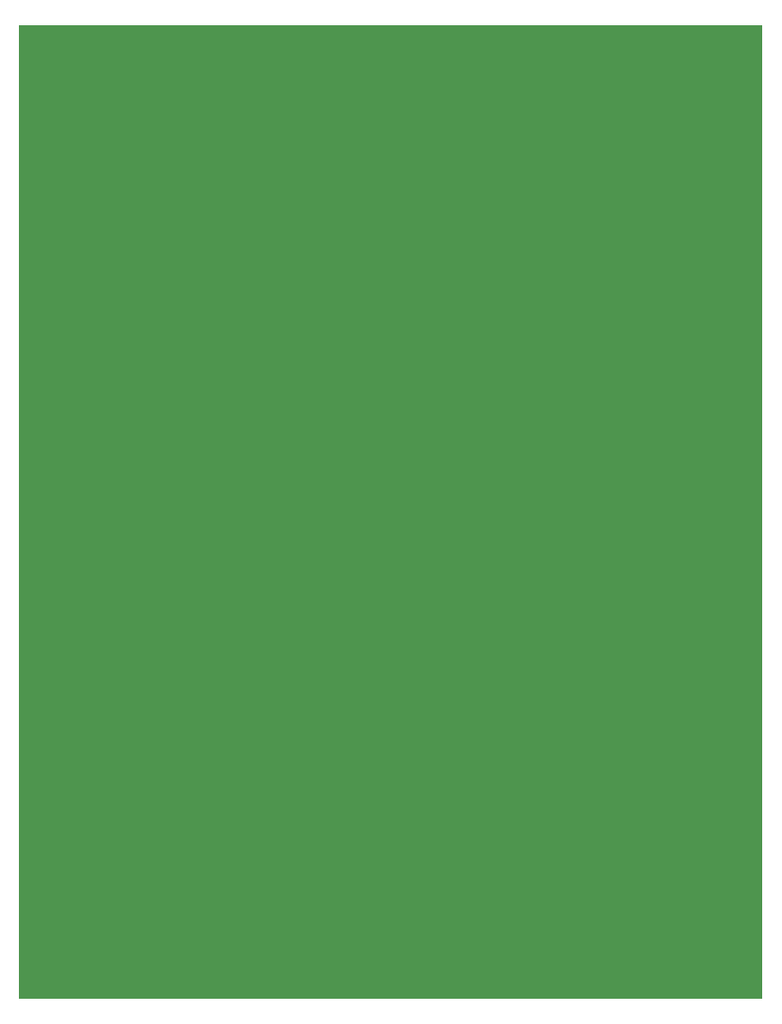
<source format=gbr>
G04 DipTrace 2.4.0.2*
%INBoard.gbr*%
%MOIN*%
%ADD11C,0.0055*%
%FSLAX44Y44*%
G04*
G70*
G90*
G75*
G01*
%LNBoardPoly*%
%LPD*%
G36*
X3940Y39940D2*
D11*
X31440D1*
Y3940D1*
X3940D1*
Y39940D1*
G37*
M02*

</source>
